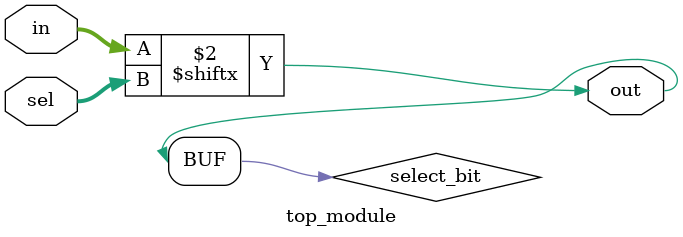
<source format=sv>
module top_module (
	input [255:0] in,
	input [7:0] sel,
	output  out
);
	
	reg  select_bit;
	always @(sel)
		select_bit = in[sel];
		
	assign out = select_bit;
	
endmodule

</source>
